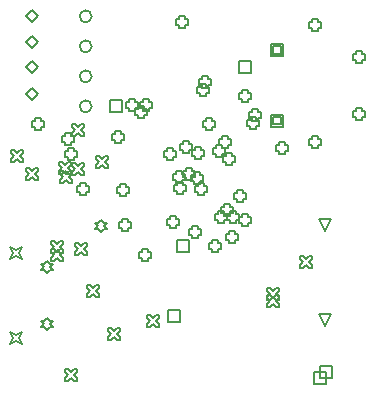
<source format=gbr>
%TF.GenerationSoftware,Altium Limited,Altium Designer,20.0.13 (296)*%
G04 Layer_Color=2752767*
%FSLAX25Y25*%
%MOIN*%
%TF.FileFunction,Drawing*%
%TF.Part,Single*%
G01*
G75*
%TA.AperFunction,NonConductor*%
%ADD74C,0.00500*%
%ADD152C,0.00667*%
D74*
X36500Y99000D02*
Y103000D01*
X40500D01*
Y99000D01*
X36500D01*
X56000Y29000D02*
Y33000D01*
X60000D01*
Y29000D01*
X56000D01*
X106500Y10500D02*
Y14500D01*
X110500D01*
Y10500D01*
X106500D01*
X104453Y8500D02*
Y12500D01*
X108453D01*
Y8500D01*
X104453D01*
X108339Y59346D02*
X106339Y63346D01*
X110339D01*
X108339Y59346D01*
Y27850D02*
X106339Y31850D01*
X110339D01*
X108339Y27850D01*
X15606Y26453D02*
X16606Y27453D01*
X17606D01*
X16606Y28453D01*
X17606Y29453D01*
X16606D01*
X15606Y30453D01*
X14606Y29453D01*
X13606D01*
X14606Y28453D01*
X13606Y27453D01*
X14606D01*
X15606Y26453D01*
Y45547D02*
X16606Y46547D01*
X17606D01*
X16606Y47547D01*
X17606Y48547D01*
X16606D01*
X15606Y49547D01*
X14606Y48547D01*
X13606D01*
X14606Y47547D01*
X13606Y46547D01*
X14606D01*
X15606Y45547D01*
X3173Y21728D02*
X4173Y23728D01*
X3173Y25728D01*
X5173Y24728D01*
X7173Y25728D01*
X6173Y23728D01*
X7173Y21728D01*
X5173Y22728D01*
X3173Y21728D01*
Y50272D02*
X4173Y52272D01*
X3173Y54272D01*
X5173Y53272D01*
X7173Y54272D01*
X6173Y52272D01*
X7173Y50272D01*
X5173Y51272D01*
X3173Y50272D01*
X79500Y112000D02*
Y116000D01*
X83500D01*
Y112000D01*
X79500D01*
X80500Y103500D02*
Y102500D01*
X82500D01*
Y103500D01*
X83500D01*
Y105500D01*
X82500D01*
Y106500D01*
X80500D01*
Y105500D01*
X79500D01*
Y103500D01*
X80500D01*
X104000Y88000D02*
Y87000D01*
X106000D01*
Y88000D01*
X107000D01*
Y90000D01*
X106000D01*
Y91000D01*
X104000D01*
Y90000D01*
X103000D01*
Y88000D01*
X104000D01*
X118500Y97500D02*
Y96500D01*
X120500D01*
Y97500D01*
X121500D01*
Y99500D01*
X120500D01*
Y100500D01*
X118500D01*
Y99500D01*
X117500D01*
Y97500D01*
X118500D01*
Y116500D02*
Y115500D01*
X120500D01*
Y116500D01*
X121500D01*
Y118500D01*
X120500D01*
Y119500D01*
X118500D01*
Y118500D01*
X117500D01*
Y116500D01*
X118500D01*
X104000Y127000D02*
Y126000D01*
X106000D01*
Y127000D01*
X107000D01*
Y129000D01*
X106000D01*
Y130000D01*
X104000D01*
Y129000D01*
X103000D01*
Y127000D01*
X104000D01*
X47500Y100500D02*
Y99500D01*
X49500D01*
Y100500D01*
X50500D01*
Y102500D01*
X49500D01*
Y103500D01*
X47500D01*
Y102500D01*
X46500D01*
Y100500D01*
X47500D01*
X70500Y53500D02*
Y52500D01*
X72500D01*
Y53500D01*
X73500D01*
Y55500D01*
X72500D01*
Y56500D01*
X70500D01*
Y55500D01*
X69500D01*
Y53500D01*
X70500D01*
X76500Y63000D02*
Y62000D01*
X78500D01*
Y63000D01*
X79500D01*
Y65000D01*
X78500D01*
Y66000D01*
X76500D01*
Y65000D01*
X75500D01*
Y63000D01*
X76500D01*
X67188Y108273D02*
Y107273D01*
X69187D01*
Y108273D01*
X70187D01*
Y110273D01*
X69187D01*
Y111273D01*
X67188D01*
Y110273D01*
X66188D01*
Y108273D01*
X67188D01*
X66500Y105500D02*
Y104500D01*
X68500D01*
Y105500D01*
X69500D01*
Y107500D01*
X68500D01*
Y108500D01*
X66500D01*
Y107500D01*
X65500D01*
Y105500D01*
X66500D01*
X68500Y94000D02*
Y93000D01*
X70500D01*
Y94000D01*
X71500D01*
Y96000D01*
X70500D01*
Y97000D01*
X68500D01*
Y96000D01*
X67500D01*
Y94000D01*
X68500D01*
X46000Y98000D02*
Y97000D01*
X48000D01*
Y98000D01*
X49000D01*
Y100000D01*
X48000D01*
Y101000D01*
X46000D01*
Y100000D01*
X45000D01*
Y98000D01*
X46000D01*
X66000Y72500D02*
Y71500D01*
X68000D01*
Y72500D01*
X69000D01*
Y74500D01*
X68000D01*
Y75500D01*
X66000D01*
Y74500D01*
X65000D01*
Y72500D01*
X66000D01*
X93000Y86000D02*
Y85000D01*
X95000D01*
Y86000D01*
X96000D01*
Y88000D01*
X95000D01*
Y89000D01*
X93000D01*
Y88000D01*
X92000D01*
Y86000D01*
X93000D01*
X83372Y94500D02*
Y93500D01*
X85372D01*
Y94500D01*
X86372D01*
Y96500D01*
X85372D01*
Y97500D01*
X83372D01*
Y96500D01*
X82372D01*
Y94500D01*
X83372D01*
X83824Y97176D02*
Y96176D01*
X85824D01*
Y97176D01*
X86824D01*
Y99176D01*
X85824D01*
Y100176D01*
X83824D01*
Y99176D01*
X82824D01*
Y97176D01*
X83824D01*
X55500Y84000D02*
Y83000D01*
X57500D01*
Y84000D01*
X58500D01*
Y86000D01*
X57500D01*
Y87000D01*
X55500D01*
Y86000D01*
X54500D01*
Y84000D01*
X55500D01*
X64807Y84307D02*
Y83307D01*
X66807D01*
Y84307D01*
X67807D01*
Y86307D01*
X66807D01*
Y87307D01*
X64807D01*
Y86307D01*
X63807D01*
Y84307D01*
X64807D01*
X61000Y86500D02*
Y85500D01*
X63000D01*
Y86500D01*
X64000D01*
Y88500D01*
X63000D01*
Y89500D01*
X61000D01*
Y88500D01*
X60000D01*
Y86500D01*
X61000D01*
X72000Y85000D02*
Y84000D01*
X74000D01*
Y85000D01*
X75000D01*
Y87000D01*
X74000D01*
Y88000D01*
X72000D01*
Y87000D01*
X71000D01*
Y85000D01*
X72000D01*
X43000Y100500D02*
Y99500D01*
X45000D01*
Y100500D01*
X46000D01*
Y102500D01*
X45000D01*
Y103500D01*
X43000D01*
Y102500D01*
X42000D01*
Y100500D01*
X43000D01*
X75122Y82500D02*
Y81500D01*
X77122D01*
Y82500D01*
X78122D01*
Y84500D01*
X77122D01*
Y85500D01*
X75122D01*
Y84500D01*
X74122D01*
Y82500D01*
X75122D01*
X62000Y77500D02*
Y76500D01*
X64000D01*
Y77500D01*
X65000D01*
Y79500D01*
X64000D01*
Y80500D01*
X62000D01*
Y79500D01*
X61000D01*
Y77500D01*
X62000D01*
X58500Y76500D02*
Y75500D01*
X60500D01*
Y76500D01*
X61500D01*
Y78500D01*
X60500D01*
Y79500D01*
X58500D01*
Y78500D01*
X57500D01*
Y76500D01*
X58500D01*
X58902Y72901D02*
Y71902D01*
X60901D01*
Y72901D01*
X61901D01*
Y74901D01*
X60901D01*
Y75902D01*
X58902D01*
Y74901D01*
X57902D01*
Y72901D01*
X58902D01*
X40500Y60500D02*
Y59500D01*
X42500D01*
Y60500D01*
X43500D01*
Y62500D01*
X42500D01*
Y63500D01*
X40500D01*
Y62500D01*
X39500D01*
Y60500D01*
X40500D01*
X64500Y76000D02*
Y75000D01*
X66500D01*
Y76000D01*
X67500D01*
Y78000D01*
X66500D01*
Y79000D01*
X64500D01*
Y78000D01*
X63500D01*
Y76000D01*
X64500D01*
X40000Y72000D02*
Y71000D01*
X42000D01*
Y72000D01*
X43000D01*
Y74000D01*
X42000D01*
Y75000D01*
X40000D01*
Y74000D01*
X39000D01*
Y72000D01*
X40000D01*
X100000Y47000D02*
X101000D01*
X102000Y48000D01*
X103000Y47000D01*
X104000D01*
Y48000D01*
X103000Y49000D01*
X104000Y50000D01*
Y51000D01*
X103000D01*
X102000Y50000D01*
X101000Y51000D01*
X100000D01*
Y50000D01*
X101000Y49000D01*
X100000Y48000D01*
Y47000D01*
X89000Y34000D02*
X90000D01*
X91000Y35000D01*
X92000Y34000D01*
X93000D01*
Y35000D01*
X92000Y36000D01*
X93000Y37000D01*
Y38000D01*
X92000D01*
X91000Y37000D01*
X90000Y38000D01*
X89000D01*
Y37000D01*
X90000Y36000D01*
X89000Y35000D01*
Y34000D01*
Y36500D02*
X90000D01*
X91000Y37500D01*
X92000Y36500D01*
X93000D01*
Y37500D01*
X92000Y38500D01*
X93000Y39500D01*
Y40500D01*
X92000D01*
X91000Y39500D01*
X90000Y40500D01*
X89000D01*
Y39500D01*
X90000Y38500D01*
X89000Y37500D01*
Y36500D01*
X74000Y88000D02*
Y87000D01*
X76000D01*
Y88000D01*
X77000D01*
Y90000D01*
X76000D01*
Y91000D01*
X74000D01*
Y90000D01*
X73000D01*
Y88000D01*
X74000D01*
X59500Y128000D02*
Y127000D01*
X61500D01*
Y128000D01*
X62500D01*
Y130000D01*
X61500D01*
Y131000D01*
X59500D01*
Y130000D01*
X58500D01*
Y128000D01*
X59500D01*
X33500Y59000D02*
X34500Y60000D01*
X35500D01*
X34500Y61000D01*
X35500Y62000D01*
X34500D01*
X33500Y63000D01*
X32500Y62000D01*
X31500D01*
X32500Y61000D01*
X31500Y60000D01*
X32500D01*
X33500Y59000D01*
X38144Y89644D02*
Y88644D01*
X40144D01*
Y89644D01*
X41144D01*
Y91644D01*
X40144D01*
Y92644D01*
X38144D01*
Y91644D01*
X37144D01*
Y89644D01*
X38144D01*
X8500Y76500D02*
X9500D01*
X10500Y77500D01*
X11500Y76500D01*
X12500D01*
Y77500D01*
X11500Y78500D01*
X12500Y79500D01*
Y80500D01*
X11500D01*
X10500Y79500D01*
X9500Y80500D01*
X8500D01*
Y79500D01*
X9500Y78500D01*
X8500Y77500D01*
Y76500D01*
X3500Y82500D02*
X4500D01*
X5500Y83500D01*
X6500Y82500D01*
X7500D01*
Y83500D01*
X6500Y84500D01*
X7500Y85500D01*
Y86500D01*
X6500D01*
X5500Y85500D01*
X4500Y86500D01*
X3500D01*
Y85500D01*
X4500Y84500D01*
X3500Y83500D01*
Y82500D01*
X47421Y50521D02*
Y49521D01*
X49421D01*
Y50521D01*
X50421D01*
Y52521D01*
X49421D01*
Y53521D01*
X47421D01*
Y52521D01*
X46421D01*
Y50521D01*
X47421D01*
X56500Y61500D02*
Y60500D01*
X58500D01*
Y61500D01*
X59500D01*
Y63500D01*
X58500D01*
Y64500D01*
X56500D01*
Y63500D01*
X55500D01*
Y61500D01*
X56500D01*
X80500Y62000D02*
Y61000D01*
X82500D01*
Y62000D01*
X83500D01*
Y64000D01*
X82500D01*
Y65000D01*
X80500D01*
Y64000D01*
X79500D01*
Y62000D01*
X80500D01*
X79000Y70000D02*
Y69000D01*
X81000D01*
Y70000D01*
X82000D01*
Y72000D01*
X81000D01*
Y73000D01*
X79000D01*
Y72000D01*
X78000D01*
Y70000D01*
X79000D01*
X72500Y62972D02*
Y61972D01*
X74500D01*
Y62972D01*
X75500D01*
Y64973D01*
X74500D01*
Y65973D01*
X72500D01*
Y64973D01*
X71500D01*
Y62972D01*
X72500D01*
X64000Y58000D02*
Y57000D01*
X66000D01*
Y58000D01*
X67000D01*
Y60000D01*
X66000D01*
Y61000D01*
X64000D01*
Y60000D01*
X63000D01*
Y58000D01*
X64000D01*
X74500Y65500D02*
Y64500D01*
X76500D01*
Y65500D01*
X77500D01*
Y67500D01*
X76500D01*
Y68500D01*
X74500D01*
Y67500D01*
X73500D01*
Y65500D01*
X74500D01*
X76344Y56500D02*
Y55500D01*
X78344D01*
Y56500D01*
X79344D01*
Y58500D01*
X78344D01*
Y59500D01*
X76344D01*
Y58500D01*
X75344D01*
Y56500D01*
X76344D01*
X59000Y52500D02*
Y56500D01*
X63000D01*
Y52500D01*
X59000D01*
X26500Y72500D02*
Y71500D01*
X28500D01*
Y72500D01*
X29500D01*
Y74500D01*
X28500D01*
Y75500D01*
X26500D01*
Y74500D01*
X25500D01*
Y72500D01*
X26500D01*
X29000Y37500D02*
X30000D01*
X31000Y38500D01*
X32000Y37500D01*
X33000D01*
Y38500D01*
X32000Y39500D01*
X33000Y40500D01*
Y41500D01*
X32000D01*
X31000Y40500D01*
X30000Y41500D01*
X29000D01*
Y40500D01*
X30000Y39500D01*
X29000Y38500D01*
Y37500D01*
X8500Y105000D02*
X10500Y107000D01*
X12500Y105000D01*
X10500Y103000D01*
X8500Y105000D01*
Y114000D02*
X10500Y116000D01*
X12500Y114000D01*
X10500Y112000D01*
X8500Y114000D01*
Y122500D02*
X10500Y124500D01*
X12500Y122500D01*
X10500Y120500D01*
X8500Y122500D01*
Y131000D02*
X10500Y133000D01*
X12500Y131000D01*
X10500Y129000D01*
X8500Y131000D01*
X21500Y89000D02*
Y88000D01*
X23500D01*
Y89000D01*
X24500D01*
Y91000D01*
X23500D01*
Y92000D01*
X21500D01*
Y91000D01*
X20500D01*
Y89000D01*
X21500D01*
X11500Y94000D02*
Y93000D01*
X13500D01*
Y94000D01*
X14500D01*
Y96000D01*
X13500D01*
Y97000D01*
X11500D01*
Y96000D01*
X10500D01*
Y94000D01*
X11500D01*
X22500Y84000D02*
Y83000D01*
X24500D01*
Y84000D01*
X25500D01*
Y86000D01*
X24500D01*
Y87000D01*
X22500D01*
Y86000D01*
X21500D01*
Y84000D01*
X22500D01*
X24000Y91000D02*
X25000D01*
X26000Y92000D01*
X27000Y91000D01*
X28000D01*
Y92000D01*
X27000Y93000D01*
X28000Y94000D01*
Y95000D01*
X27000D01*
X26000Y94000D01*
X25000Y95000D01*
X24000D01*
Y94000D01*
X25000Y93000D01*
X24000Y92000D01*
Y91000D01*
X19500Y78500D02*
X20500D01*
X21500Y79500D01*
X22500Y78500D01*
X23500D01*
Y79500D01*
X22500Y80500D01*
X23500Y81500D01*
Y82500D01*
X22500D01*
X21500Y81500D01*
X20500Y82500D01*
X19500D01*
Y81500D01*
X20500Y80500D01*
X19500Y79500D01*
Y78500D01*
X20000Y75500D02*
X21000D01*
X22000Y76500D01*
X23000Y75500D01*
X24000D01*
Y76500D01*
X23000Y77500D01*
X24000Y78500D01*
Y79500D01*
X23000D01*
X22000Y78500D01*
X21000Y79500D01*
X20000D01*
Y78500D01*
X21000Y77500D01*
X20000Y76500D01*
Y75500D01*
X24000Y78000D02*
X25000D01*
X26000Y79000D01*
X27000Y78000D01*
X28000D01*
Y79000D01*
X27000Y80000D01*
X28000Y81000D01*
Y82000D01*
X27000D01*
X26000Y81000D01*
X25000Y82000D01*
X24000D01*
Y81000D01*
X25000Y80000D01*
X24000Y79000D01*
Y78000D01*
X21500Y9500D02*
X22500D01*
X23500Y10500D01*
X24500Y9500D01*
X25500D01*
Y10500D01*
X24500Y11500D01*
X25500Y12500D01*
Y13500D01*
X24500D01*
X23500Y12500D01*
X22500Y13500D01*
X21500D01*
Y12500D01*
X22500Y11500D01*
X21500Y10500D01*
Y9500D01*
X32000Y80500D02*
X33000D01*
X34000Y81500D01*
X35000Y80500D01*
X36000D01*
Y81500D01*
X35000Y82500D01*
X36000Y83500D01*
Y84500D01*
X35000D01*
X34000Y83500D01*
X33000Y84500D01*
X32000D01*
Y83500D01*
X33000Y82500D01*
X32000Y81500D01*
Y80500D01*
X49000Y27500D02*
X50000D01*
X51000Y28500D01*
X52000Y27500D01*
X53000D01*
Y28500D01*
X52000Y29500D01*
X53000Y30500D01*
Y31500D01*
X52000D01*
X51000Y30500D01*
X50000Y31500D01*
X49000D01*
Y30500D01*
X50000Y29500D01*
X49000Y28500D01*
Y27500D01*
X17000Y52000D02*
X18000D01*
X19000Y53000D01*
X20000Y52000D01*
X21000D01*
Y53000D01*
X20000Y54000D01*
X21000Y55000D01*
Y56000D01*
X20000D01*
X19000Y55000D01*
X18000Y56000D01*
X17000D01*
Y55000D01*
X18000Y54000D01*
X17000Y53000D01*
Y52000D01*
Y49500D02*
X18000D01*
X19000Y50500D01*
X20000Y49500D01*
X21000D01*
Y50500D01*
X20000Y51500D01*
X21000Y52500D01*
Y53500D01*
X20000D01*
X19000Y52500D01*
X18000Y53500D01*
X17000D01*
Y52500D01*
X18000Y51500D01*
X17000Y50500D01*
Y49500D01*
X25000Y51500D02*
X26000D01*
X27000Y52500D01*
X28000Y51500D01*
X29000D01*
Y52500D01*
X28000Y53500D01*
X29000Y54500D01*
Y55500D01*
X28000D01*
X27000Y54500D01*
X26000Y55500D01*
X25000D01*
Y54500D01*
X26000Y53500D01*
X25000Y52500D01*
Y51500D01*
X36000Y23000D02*
X37000D01*
X38000Y24000D01*
X39000Y23000D01*
X40000D01*
Y24000D01*
X39000Y25000D01*
X40000Y26000D01*
Y27000D01*
X39000D01*
X38000Y26000D01*
X37000Y27000D01*
X36000D01*
Y26000D01*
X37000Y25000D01*
X36000Y24000D01*
Y23000D01*
X90284Y94189D02*
Y98189D01*
X94283D01*
Y94189D01*
X90284D01*
X91084Y94989D02*
Y97389D01*
X93484D01*
Y94989D01*
X91084D01*
X90284Y117811D02*
Y121811D01*
X94283D01*
Y117811D01*
X90284D01*
X91084Y118611D02*
Y121011D01*
X93484D01*
Y118611D01*
X91084D01*
D152*
X30500Y101000D02*
G03*
X30500Y101000I-2000J0D01*
G01*
Y111000D02*
G03*
X30500Y111000I-2000J0D01*
G01*
Y121000D02*
G03*
X30500Y121000I-2000J0D01*
G01*
Y131000D02*
G03*
X30500Y131000I-2000J0D01*
G01*
%TF.MD5,0bb924bf1eced92afa50db12d990c73f*%
M02*

</source>
